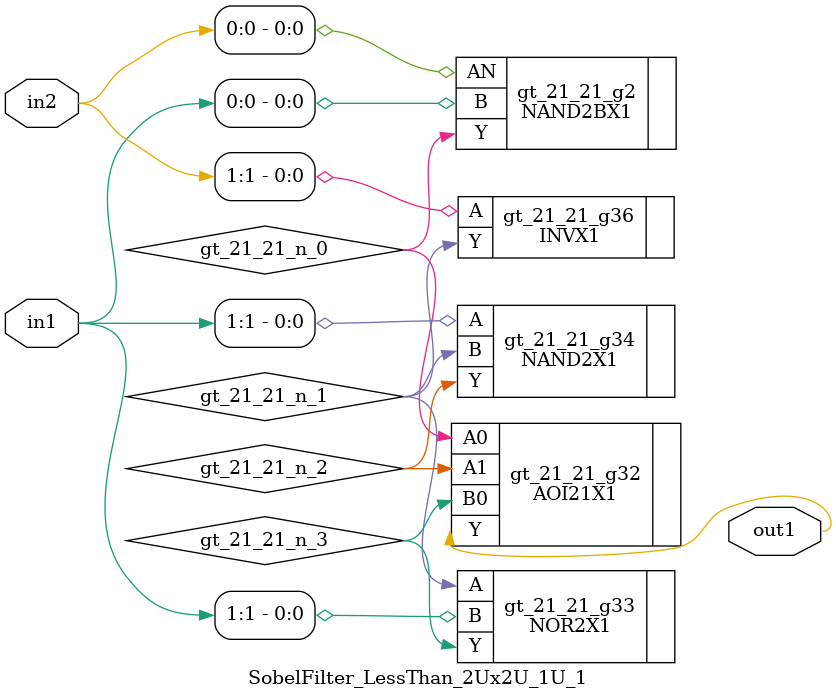
<source format=v>
`timescale 1ps / 1ps


module SobelFilter_LessThan_2Ux2U_1U_1(in2, in1, out1);
  input [1:0] in2, in1;
  output out1;
  wire [1:0] in2, in1;
  wire out1;
  wire gt_21_21_n_0, gt_21_21_n_1, gt_21_21_n_2, gt_21_21_n_3;
  AOI21X1 gt_21_21_g32(.A0 (gt_21_21_n_0), .A1 (gt_21_21_n_2), .B0
       (gt_21_21_n_3), .Y (out1));
  NOR2X1 gt_21_21_g33(.A (gt_21_21_n_1), .B (in1[1]), .Y
       (gt_21_21_n_3));
  NAND2X1 gt_21_21_g34(.A (in1[1]), .B (gt_21_21_n_1), .Y
       (gt_21_21_n_2));
  INVX1 gt_21_21_g36(.A (in2[1]), .Y (gt_21_21_n_1));
  NAND2BX1 gt_21_21_g2(.AN (in2[0]), .B (in1[0]), .Y (gt_21_21_n_0));
endmodule



</source>
